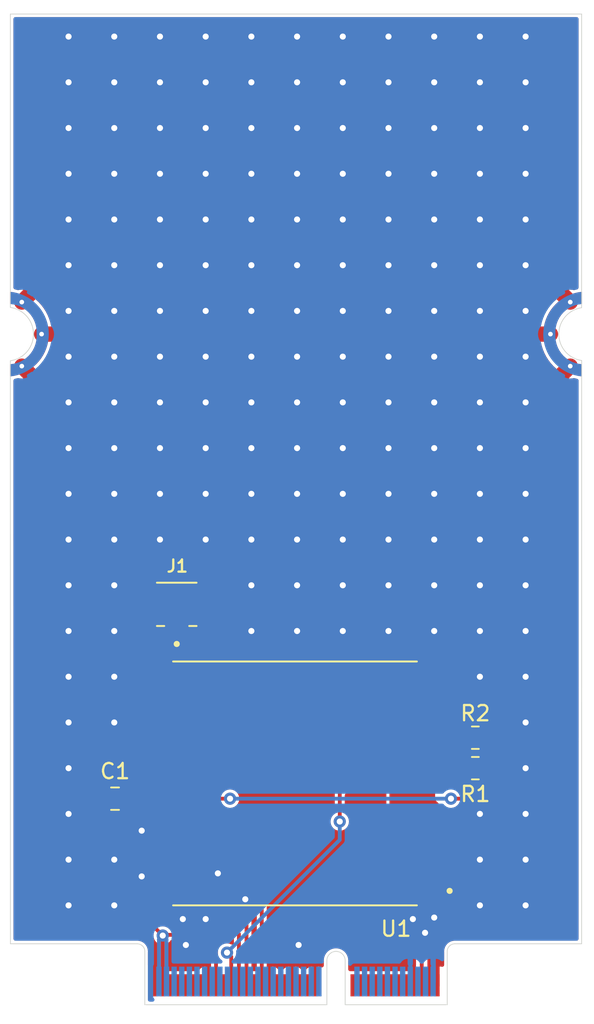
<source format=kicad_pcb>
(kicad_pcb (version 20211014) (generator pcbnew)
  (layers (0 "F.Cu" signal) (31 "B.Cu" signal) (34 "B.Paste" user) (35 "F.Paste" user) (36 "B.SilkS" user "B.Silkscreen") (37 "F.SilkS" user "F.Silkscreen") (38 "B.Mask" user) (39 "F.Mask" user) (44 "Edge.Cuts" user))
  (net 0 "")
  (net 1 "+3.3V")
  (net 2 "GND")
  (net 3 "Net-(J1-Pad1)")
  (net 4 "SPI_SCK")
  (net 6 "SPI_MISO")
  (net 8 "SPI_MOSI")
  (net 26 "GPIO0")
  (net 27 "SPI_CS")
  (net 28 "GPIO1")
  (net 29 "GPIO2")
  (net 30 "GPIO3")
  (net 31 "GPIO4{slash}RST")
  (net 36 "GPIO3{slash}RST")
  (footprint "Resistor_SMD:R_0805_2012Metric" (layer "F.Cu") (at 107.7 108 180)
    (fp_text reference "R1" (at 0 -1.7) (layer "F.SilkS"))
    (fp_text value "100K")
    (fp_line (start -0.227064 0.735) (end 0.227064 0.735) (layer "F.SilkS") (width 0.12))
    (fp_line (start -0.227064 -0.735) (end 0.227064 -0.735) (layer "F.SilkS") (width 0.12))
    (pad "1" smd roundrect (at -0.9125 0 180) (size 1.025 1.4) (layers "F.Cu" "F.Paste" "F.Mask") (roundrect_rratio 0.243902439) (net 1 "+3.3V"))
    (pad "2" smd roundrect (at 0.9125 0 180) (size 1.025 1.4) (layers "F.Cu" "F.Paste" "F.Mask") (roundrect_rratio 0.243902439) (net 30 "GPIO3"))
  )
  (footprint "Resistor_SMD:R_0805_2012Metric" (layer "F.Cu") (at 107.7 106)
    (fp_text reference "R2" (at 0 -1.6) (layer "F.SilkS"))
    (fp_text value "100K")
    (fp_line (start -0.227064 -0.735) (end 0.227064 -0.735) (layer "F.SilkS") (width 0.12))
    (fp_line (start -0.227064 0.735) (end 0.227064 0.735) (layer "F.SilkS") (width 0.12))
    (pad "1" smd roundrect (at -0.9125 0) (size 1.025 1.4) (layers "F.Cu" "F.Paste" "F.Mask") (roundrect_rratio 0.243902439) (net 36 "GPIO3{slash}RST"))
    (pad "2" smd roundrect (at 0.9125 0) (size 1.025 1.4) (layers "F.Cu" "F.Paste" "F.Mask") (roundrect_rratio 0.243902439) (net 2 "GND"))
  )
  (footprint "RFM95W-915S2:XCVR_RFM95W-915S2" (layer "F.Cu") (at 95.8625 109 180)
    (fp_text reference "U1" (at -6.63079 -9.54026) (layer "F.SilkS"))
    (fp_text value "RFM95W-915S2")
    (fp_line (start -8 8) (end 8 8) (layer "F.SilkS") (width 0.127))
    (fp_line (start -8 -8) (end 8 -8) (layer "F.SilkS") (width 0.127))
    (fp_circle (center -10.15 -7.05) (end -10.05 -7.05) (layer "F.SilkS") (width 0.2) (fill none))
    (pad "1" smd rect locked (at -7.7 -7 180) (size 3 1.4) (layers "F.Cu" "F.Paste" "F.Mask") (net 2 "GND"))
    (pad "2" smd rect locked (at -7.7 -5 180) (size 3 1.4) (layers "F.Cu" "F.Paste" "F.Mask") (net 6 "SPI_MISO"))
    (pad "3" smd rect locked (at -7.7 -3 180) (size 3 1.4) (layers "F.Cu" "F.Paste" "F.Mask") (net 8 "SPI_MOSI"))
    (pad "4" smd rect locked (at -7.7 -1 180) (size 3 1.4) (layers "F.Cu" "F.Paste" "F.Mask") (net 4 "SPI_SCK"))
    (pad "5" smd rect locked (at -7.7 1 180) (size 3 1.4) (layers "F.Cu" "F.Paste" "F.Mask") (net 30 "GPIO3"))
    (pad "6" smd rect locked (at -7.7 3 180) (size 3 1.4) (layers "F.Cu" "F.Paste" "F.Mask") (net 36 "GPIO3{slash}RST"))
    (pad "7" smd rect locked (at -7.7 5 180) (size 3 1.4) (layers "F.Cu" "F.Paste" "F.Mask"))
    (pad "8" smd rect locked (at -7.7 7 180) (size 3 1.4) (layers "F.Cu" "F.Paste" "F.Mask") (net 2 "GND"))
    (pad "9" smd rect locked (at 7.7 7 180) (size 3 1.4) (layers "F.Cu" "F.Paste" "F.Mask") (net 3 "Net-(J1-Pad1)"))
    (pad "10" smd rect locked (at 7.7 5 180) (size 3 1.4) (layers "F.Cu" "F.Paste" "F.Mask") (net 2 "GND"))
    (pad "11" smd rect locked (at 7.7 3 180) (size 3 1.4) (layers "F.Cu" "F.Paste" "F.Mask"))
    (pad "12" smd rect locked (at 7.7 1 180) (size 3 1.4) (layers "F.Cu" "F.Paste" "F.Mask"))
    (pad "13" smd rect locked (at 7.7 -1 180) (size 3 1.4) (layers "F.Cu" "F.Paste" "F.Mask") (net 1 "+3.3V"))
    (pad "14" smd rect locked (at 7.7 -3 180) (size 3 1.4) (layers "F.Cu" "F.Paste" "F.Mask") (net 26 "GPIO0"))
    (pad "15" smd rect locked (at 7.7 -5 180) (size 3 1.4) (layers "F.Cu" "F.Paste" "F.Mask") (net 28 "GPIO1"))
    (pad "16" smd rect locked (at 7.7 -7 180) (size 3 1.4) (layers "F.Cu" "F.Paste" "F.Mask") (net 29 "GPIO2"))
  )
  (footprint "Micromod:M.2-CARD-E-22_FUNCTION_STANDARD" (layer "F.Cu") (at 95.9305 123.5205)
    (fp_text reference "J2" hide)
    (fp_text value "MICROMOD_FUNCTION__STANDARD" hide)
    (fp_poly (pts (xy 16.261 -44.239) (xy 16.293 -44.477) (xy 16.345 -44.711) (xy 16.417 -44.939) (xy 16.508 -45.161) (xy 16.618 -45.373) (xy 16.746 -45.576) (xy 16.892 -45.766) (xy 17.053 -45.943) (xy 17.229 -46.106) (xy 17.418 -46.253) (xy 17.619 -46.383) (xy 17.831 -46.495) (xy 18.052 -46.588) (xy 18.279 -46.662) (xy 18.513 -46.716) (xy 18.75 -46.75) (xy 18.75 -46) (xy 18.525 -45.971) (xy 18.305 -45.916) (xy 18.093 -45.834) (xy 17.893 -45.727) (xy 17.707 -45.597) (xy 17.538 -45.446) (xy 17.389 -45.275) (xy 17.261 -45.087) (xy 17.157 -44.886) (xy 17.078 -44.673) (xy 17.025 -44.452) (xy 16.999 -44.227) (xy 17 -44) (xy 16.999 -43.773) (xy 17.025 -43.548) (xy 17.078 -43.327) (xy 17.157 -43.114) (xy 17.261 -42.913) (xy 17.389 -42.725) (xy 17.538 -42.554) (xy 17.707 -42.403) (xy 17.893 -42.273) (xy 18.093 -42.166) (xy 18.305 -42.084) (xy 18.525 -42.029) (xy 18.75 -42) (xy 18.75 -41.25) (xy 18.514 -41.285) (xy 18.281 -41.341) (xy 18.054 -41.416) (xy 17.834 -41.51) (xy 17.623 -41.623) (xy 17.423 -41.753) (xy 17.234 -41.9) (xy 17.059 -42.062) (xy 16.898 -42.239) (xy 16.753 -42.429) (xy 16.624 -42.631) (xy 16.514 -42.843) (xy 16.422 -43.064) (xy 16.349 -43.291) (xy 16.296 -43.524) (xy 16.263 -43.761) (xy 16.25 -44)) (layer "F.Cu") (width 0.05) (fill solid))
    (fp_poly (pts (xy -16.261 -43.761) (xy -16.293 -43.523) (xy -16.345 -43.289) (xy -16.417 -43.061) (xy -16.508 -42.839) (xy -16.618 -42.627) (xy -16.746 -42.424) (xy -16.892 -42.234) (xy -17.053 -42.057) (xy -17.229 -41.894) (xy -17.418 -41.747) (xy -17.619 -41.617) (xy -17.831 -41.505) (xy -18.052 -41.412) (xy -18.279 -41.338) (xy -18.513 -41.284) (xy -18.75 -41.25) (xy -18.75 -42) (xy -18.525 -42.029) (xy -18.305 -42.084) (xy -18.093 -42.166) (xy -17.893 -42.273) (xy -17.707 -42.403) (xy -17.538 -42.554) (xy -17.389 -42.725) (xy -17.261 -42.913) (xy -17.157 -43.114) (xy -17.078 -43.327) (xy -17.025 -43.548) (xy -16.999 -43.773) (xy -17 -44) (xy -16.999 -44.227) (xy -17.025 -44.452) (xy -17.078 -44.673) (xy -17.157 -44.886) (xy -17.261 -45.087) (xy -17.389 -45.275) (xy -17.538 -45.446) (xy -17.707 -45.597) (xy -17.893 -45.727) (xy -18.093 -45.834) (xy -18.305 -45.916) (xy -18.525 -45.971) (xy -18.75 -46) (xy -18.75 -46.75) (xy -18.514 -46.715) (xy -18.281 -46.659) (xy -18.054 -46.584) (xy -17.834 -46.49) (xy -17.623 -46.377) (xy -17.423 -46.247) (xy -17.234 -46.1) (xy -17.059 -45.938) (xy -16.898 -45.761) (xy -16.753 -45.571) (xy -16.624 -45.369) (xy -16.514 -45.157) (xy -16.422 -44.936) (xy -16.349 -44.709) (xy -16.296 -44.476) (xy -16.263 -44.239) (xy -16.25 -44)) (layer "F.Cu") (width 0.05) (fill solid))
    (fp_poly (pts (xy -16.261 -44.239) (xy -16.293 -44.477) (xy -16.345 -44.711) (xy -16.417 -44.939) (xy -16.508 -45.161) (xy -16.618 -45.373) (xy -16.746 -45.576) (xy -16.892 -45.766) (xy -17.053 -45.943) (xy -17.229 -46.106) (xy -17.418 -46.253) (xy -17.619 -46.383) (xy -17.831 -46.495) (xy -18.052 -46.588) (xy -18.279 -46.662) (xy -18.513 -46.716) (xy -18.75 -46.75) (xy -18.75 -46) (xy -18.525 -45.971) (xy -18.305 -45.916) (xy -18.093 -45.834) (xy -17.893 -45.727) (xy -17.707 -45.597) (xy -17.538 -45.446) (xy -17.389 -45.275) (xy -17.261 -45.087) (xy -17.157 -44.886) (xy -17.078 -44.673) (xy -17.025 -44.452) (xy -16.999 -44.227) (xy -17 -44) (xy -16.999 -43.773) (xy -17.025 -43.548) (xy -17.078 -43.327) (xy -17.157 -43.114) (xy -17.261 -42.913) (xy -17.389 -42.725) (xy -17.538 -42.554) (xy -17.707 -42.403) (xy -17.893 -42.273) (xy -18.093 -42.166) (xy -18.305 -42.084) (xy -18.525 -42.029) (xy -18.75 -42) (xy -18.75 -41.25) (xy -18.514 -41.285) (xy -18.281 -41.341) (xy -18.054 -41.416) (xy -17.834 -41.51) (xy -17.623 -41.623) (xy -17.423 -41.753) (xy -17.234 -41.9) (xy -17.059 -42.062) (xy -16.898 -42.239) (xy -16.753 -42.429) (xy -16.624 -42.631) (xy -16.514 -42.843) (xy -16.422 -43.064) (xy -16.349 -43.291) (xy -16.296 -43.524) (xy -16.263 -43.761) (xy -16.25 -44)) (layer "B.Cu") (width 0.05) (fill solid))
    (fp_poly (pts (xy 16.261 -43.761) (xy 16.293 -43.523) (xy 16.345 -43.289) (xy 16.417 -43.061) (xy 16.508 -42.839) (xy 16.618 -42.627) (xy 16.746 -42.424) (xy 16.892 -42.234) (xy 17.053 -42.057) (xy 17.229 -41.894) (xy 17.418 -41.747) (xy 17.619 -41.617) (xy 17.831 -41.505) (xy 18.052 -41.412) (xy 18.279 -41.338) (xy 18.513 -41.284) (xy 18.75 -41.25) (xy 18.75 -42) (xy 18.525 -42.029) (xy 18.305 -42.084) (xy 18.093 -42.166) (xy 17.893 -42.273) (xy 17.707 -42.403) (xy 17.538 -42.554) (xy 17.389 -42.725) (xy 17.261 -42.913) (xy 17.157 -43.114) (xy 17.078 -43.327) (xy 17.025 -43.548) (xy 16.999 -43.773) (xy 17 -44) (xy 16.999 -44.227) (xy 17.025 -44.452) (xy 17.078 -44.673) (xy 17.157 -44.886) (xy 17.261 -45.087) (xy 17.389 -45.275) (xy 17.538 -45.446) (xy 17.707 -45.597) (xy 17.893 -45.727) (xy 18.093 -45.834) (xy 18.305 -45.916) (xy 18.525 -45.971) (xy 18.75 -46) (xy 18.75 -46.75) (xy 18.514 -46.715) (xy 18.281 -46.659) (xy 18.054 -46.584) (xy 17.834 -46.49) (xy 17.623 -46.377) (xy 17.423 -46.247) (xy 17.234 -46.1) (xy 17.059 -45.938) (xy 16.898 -45.761) (xy 16.753 -45.571) (xy 16.624 -45.369) (xy 16.514 -45.157) (xy 16.422 -44.936) (xy 16.349 -44.709) (xy 16.296 -44.476) (xy 16.263 -44.239) (xy 16.25 -44)) (layer "B.Cu") (width 0.05) (fill solid))
    (fp_line (start -18.746 -4) (end -18.75 -42.25) (layer "Edge.Cuts") (width 0.051))
    (fp_line (start 10.425 -4) (end 18.746 -4) (layer "Edge.Cuts") (width 0.051))
    (fp_line (start 18.746 -4) (end 18.74905 -42.270269) (layer "Edge.Cuts") (width 0.051))
    (fp_line (start 2.025 -2.9) (end 2.025 0) (layer "Edge.Cuts") (width 0.051))
    (fp_line (start 3.225 -2.9) (end 3.225 0) (layer "Edge.Cuts") (width 0.051))
    (fp_line (start 9.925 -3.5) (end 9.925 0) (layer "Edge.Cuts") (width 0.051))
    (fp_line (start 9.925 0) (end 3.225 0) (layer "Edge.Cuts") (width 0.051))
    (fp_line (start -9.925 0) (end -9.925 -3.5) (layer "Edge.Cuts") (width 0.051))
    (fp_line (start -10.425 -4) (end -18.746 -4) (layer "Edge.Cuts") (width 0.051))
    (fp_line (start -18.75 -45.75) (end -18.75 -65) (layer "Edge.Cuts") (width 0.051))
    (fp_line (start 18.744 -45.731) (end 18.746 -65) (layer "Edge.Cuts") (width 0.051))
    (fp_line (start -18.746 -65) (end 18.746 -65) (layer "Edge.Cuts") (width 0.051))
    (fp_line (start 2.025 0) (end -9.925 0) (layer "Edge.Cuts") (width 0.051))
    (fp_arc (start 18.74905 -42.270269) (mid 17.24896 -43.998449) (end 18.744 -45.731) (layer "Edge.Cuts") (width 0.05))
    (fp_arc (start 9.925 -3.5) (mid 10.071447 -3.853553) (end 10.425 -4) (layer "Edge.Cuts") (width 0.051))
    (fp_arc (start 2.025 -2.9) (mid 2.625 -3.5) (end 3.225 -2.9) (layer "Edge.Cuts") (width 0.051))
    (fp_arc (start -10.425 -4) (mid -10.071447 -3.853553) (end -9.925 -3.5) (layer "Edge.Cuts") (width 0.051))
    (fp_arc (start -18.75 -45.75) (mid -17.232764 -44) (end -18.75 -42.25) (layer "Edge.Cuts") (width 0.051))
    (pad "1" thru_hole circle (at 18 -41.9) (size 0.61 0.61) (drill 0.305) (layers *.Cu *.Mask) (net 2 "GND"))
    (pad "1" thru_hole circle (at 16.7 -44) (size 0.61 0.61) (drill 0.305) (layers *.Cu *.Mask) (net 2 "GND"))
    (pad "1" thru_hole circle (at 18 -46.1) (size 0.61 0.61) (drill 0.305) (layers *.Cu *.Mask) (net 2 "GND"))
    (pad "1" thru_hole circle (at -18 -46.1) (size 0.61 0.61) (drill 0.305) (layers *.Cu *.Mask) (net 2 "GND"))
    (pad "1" thru_hole circle (at -16.7 -44) (size 0.61 0.61) (drill 0.305) (layers *.Cu *.Mask) (net 2 "GND"))
    (pad "1" thru_hole circle (at -18 -41.9) (size 0.61 0.61) (drill 0.305) (layers *.Cu *.Mask) (net 2 "GND"))
    (pad "1" smd rect (at 9.25 -1.275 180) (size 0.35 1.45) (layers "F.Cu" "F.Paste" "F.Mask") (net 2 "GND"))
    (pad "2" smd rect (at 9 -1.525) (size 0.35 1.95) (layers "B.Cu" "B.Paste" "B.Mask") (net 2 "GND"))
    (pad "3" smd rect (at 8.75 -1.275 180) (size 0.35 1.45) (layers "F.Cu" "F.Paste" "F.Mask") (net 4 "SPI_SCK"))
    (pad "4" smd rect (at 8.5 -1.525) (size 0.35 1.95) (layers "B.Cu" "B.Paste" "B.Mask"))
    (pad "5" smd rect (at 8.25 -1.275 180) (size 0.35 1.45) (layers "F.Cu" "F.Paste" "F.Mask") (net 6 "SPI_MISO"))
    (pad "6" smd rect (at 8 -1.525) (size 0.35 1.95) (layers "B.Cu" "B.Paste" "B.Mask"))
    (pad "7" smd rect (at 7.75 -1.275 180) (size 0.35 1.45) (layers "F.Cu" "F.Paste" "F.Mask") (net 8 "SPI_MOSI"))
    (pad "8" smd rect (at 7.5 -1.525) (size 0.35 1.95) (layers "B.Cu" "B.Paste" "B.Mask") (net 2 "GND"))
    (pad "9" smd rect (at 7.25 -1.275 180) (size 0.35 1.45) (layers "F.Cu" "F.Paste" "F.Mask"))
    (pad "10" smd rect (at 7 -1.525) (size 0.35 1.95) (layers "B.Cu" "B.Paste" "B.Mask"))
    (pad "11" smd rect (at 6.75 -1.275 180) (size 0.35 1.45) (layers "F.Cu" "F.Paste" "F.Mask"))
    (pad "12" smd rect (at 6.5 -1.525) (size 0.35 1.95) (layers "B.Cu" "B.Paste" "B.Mask"))
    (pad "13" smd rect (at 6.25 -1.275 180) (size 0.35 1.45) (layers "F.Cu" "F.Paste" "F.Mask"))
    (pad "14" smd rect (at 6 -1.525) (size 0.35 1.95) (layers "B.Cu" "B.Paste" "B.Mask"))
    (pad "15" smd rect (at 5.75 -1.275 180) (size 0.35 1.45) (layers "F.Cu" "F.Paste" "F.Mask"))
    (pad "16" smd rect (at 5.5 -1.525) (size 0.35 1.95) (layers "B.Cu" "B.Paste" "B.Mask"))
    (pad "17" smd rect (at 5.25 -1.275 180) (size 0.35 1.45) (layers "F.Cu" "F.Paste" "F.Mask"))
    (pad "18" smd rect (at 5 -1.525) (size 0.35 1.95) (layers "B.Cu" "B.Paste" "B.Mask"))
    (pad "19" smd rect (at 4.75 -1.275 180) (size 0.35 1.45) (layers "F.Cu" "F.Paste" "F.Mask"))
    (pad "20" smd rect (at 4.5 -1.525) (size 0.35 1.95) (layers "B.Cu" "B.Paste" "B.Mask"))
    (pad "21" smd rect (at 4.25 -1.275 180) (size 0.35 1.45) (layers "F.Cu" "F.Paste" "F.Mask"))
    (pad "22" smd rect (at 4 -1.525) (size 0.35 1.95) (layers "B.Cu" "B.Paste" "B.Mask"))
    (pad "23" smd rect (at 3.75 -1.275 180) (size 0.35 1.45) (layers "F.Cu" "F.Paste" "F.Mask"))
    (pad "32" smd rect (at 1.5 -1.525) (size 0.35 1.95) (layers "B.Cu" "B.Paste" "B.Mask"))
    (pad "33" smd rect (at 1.25 -1.275 180) (size 0.35 1.45) (layers "F.Cu" "F.Paste" "F.Mask") (net 2 "GND"))
    (pad "34" smd rect (at 1 -1.525) (size 0.35 1.95) (layers "B.Cu" "B.Paste" "B.Mask"))
    (pad "35" smd rect (at 0.75 -1.275 180) (size 0.35 1.45) (layers "F.Cu" "F.Paste" "F.Mask"))
    (pad "36" smd rect (at 0.5 -1.525) (size 0.35 1.95) (layers "B.Cu" "B.Paste" "B.Mask"))
    (pad "37" smd rect (at 0.25 -1.275 180) (size 0.35 1.45) (layers "F.Cu" "F.Paste" "F.Mask"))
    (pad "38" smd rect (at 0 -1.525) (size 0.35 1.95) (layers "B.Cu" "B.Paste" "B.Mask"))
    (pad "39" smd rect (at -0.25 -1.275 180) (size 0.35 1.45) (layers "F.Cu" "F.Paste" "F.Mask") (net 2 "GND"))
    (pad "40" smd rect (at -0.5 -1.525) (size 0.35 1.95) (layers "B.Cu" "B.Paste" "B.Mask"))
    (pad "41" smd rect (at -0.75 -1.275 180) (size 0.35 1.45) (layers "F.Cu" "F.Paste" "F.Mask"))
    (pad "42" smd rect (at -1 -1.525) (size 0.35 1.95) (layers "B.Cu" "B.Paste" "B.Mask"))
    (pad "43" smd rect (at -1.25 -1.275 180) (size 0.35 1.45) (layers "F.Cu" "F.Paste" "F.Mask"))
    (pad "44" smd rect (at -1.5 -1.525) (size 0.35 1.95) (layers "B.Cu" "B.Paste" "B.Mask"))
    (pad "45" smd rect (at -1.75 -1.275 180) (size 0.35 1.45) (layers "F.Cu" "F.Paste" "F.Mask") (net 2 "GND"))
    (pad "46" smd rect (at -2 -1.525) (size 0.35 1.95) (layers "B.Cu" "B.Paste" "B.Mask"))
    (pad "47" smd rect (at -2.25 -1.275 180) (size 0.35 1.45) (layers "F.Cu" "F.Paste" "F.Mask") (net 26 "GPIO0"))
    (pad "48" smd rect (at -2.5 -1.525) (size 0.35 1.95) (layers "B.Cu" "B.Paste" "B.Mask"))
    (pad "49" smd rect (at -2.75 -1.275 180) (size 0.35 1.45) (layers "F.Cu" "F.Paste" "F.Mask") (net 27 "SPI_CS"))
    (pad "50" smd rect (at -3 -1.525) (size 0.35 1.95) (layers "B.Cu" "B.Paste" "B.Mask"))
    (pad "51" smd rect (at -3.25 -1.275 180) (size 0.35 1.45) (layers "F.Cu" "F.Paste" "F.Mask") (net 28 "GPIO1"))
    (pad "52" smd rect (at -3.5 -1.525) (size 0.35 1.95) (layers "B.Cu" "B.Paste" "B.Mask"))
    (pad "53" smd rect (at -3.75 -1.275 180) (size 0.35 1.45) (layers "F.Cu" "F.Paste" "F.Mask") (net 29 "GPIO2"))
    (pad "54" smd rect (at -4 -1.525) (size 0.35 1.95) (layers "B.Cu" "B.Paste" "B.Mask"))
    (pad "55" smd rect (at -4.25 -1.275 180) (size 0.35 1.45) (layers "F.Cu" "F.Paste" "F.Mask") (net 30 "GPIO3"))
    (pad "56" smd rect (at -4.5 -1.525) (size 0.35 1.95) (layers "B.Cu" "B.Paste" "B.Mask"))
    (pad "57" smd rect (at -4.75 -1.275 180) (size 0.35 1.45) (layers "F.Cu" "F.Paste" "F.Mask") (net 31 "GPIO4{slash}RST"))
    (pad "58" smd rect (at -5 -1.525) (size 0.35 1.95) (layers "B.Cu" "B.Paste" "B.Mask"))
    (pad "59" smd rect (at -5.25 -1.275 180) (size 0.35 1.45) (layers "F.Cu" "F.Paste" "F.Mask") (net 1 "+3.3V"))
    (pad "60" smd rect (at -5.5 -1.525) (size 0.35 1.95) (layers "B.Cu" "B.Paste" "B.Mask"))
    (pad "61" smd rect (at -5.75 -1.275 180) (size 0.35 1.45) (layers "F.Cu" "F.Paste" "F.Mask") (net 2 "GND"))
    (pad "62" smd rect (at -6 -1.525) (size 0.35 1.95) (layers "B.Cu" "B.Paste" "B.Mask"))
    (pad "63" smd rect (at -6.25 -1.275 180) (size 0.35 1.45) (layers "F.Cu" "F.Paste" "F.Mask"))
    (pad "64" smd rect (at -6.5 -1.525) (size 0.35 1.95) (layers "B.Cu" "B.Paste" "B.Mask"))
    (pad "65" smd rect (at -6.75 -1.275 180) (size 0.35 1.45) (layers "F.Cu" "F.Paste" "F.Mask"))
    (pad "66" smd rect (at -7 -1.525) (size 0.35 1.95) (layers "B.Cu" "B.Paste" "B.Mask"))
    (pad "67" smd rect (at -7.25 -1.275 180) (size 0.35 1.45) (layers "F.Cu" "F.Paste" "F.Mask"))
    (pad "68" smd rect (at -7.5 -1.525) (size 0.35 1.95) (layers "B.Cu" "B.Paste" "B.Mask"))
    (pad "69" smd rect (at -7.75 -1.275 180) (size 0.35 1.45) (layers "F.Cu" "F.Paste" "F.Mask"))
    (pad "70" smd rect (at -8 -1.525) (size 0.35 1.95) (layers "B.Cu" "B.Paste" "B.Mask"))
    (pad "71" smd rect (at -8.25 -1.275 180) (size 0.35 1.45) (layers "F.Cu" "F.Paste" "F.Mask"))
    (pad "72" smd rect (at -8.5 -1.525) (size 0.35 1.95) (layers "B.Cu" "B.Paste" "B.Mask") (net 1 "+3.3V"))
    (pad "73" smd rect (at -8.75 -1.275 180) (size 0.35 1.45) (layers "F.Cu" "F.Paste" "F.Mask") (net 1 "+3.3V"))
    (pad "74" smd rect (at -9 -1.525) (size 0.35 1.95) (layers "B.Cu" "B.Paste" "B.Mask") (net 1 "+3.3V"))
    (pad "75" smd rect (at -9.25 -1.275 180) (size 0.35 1.45) (layers "F.Cu" "F.Paste" "F.Mask") (net 2 "GND"))
  )
  (footprint "CONUFL001-SMD-T:LINX_CONUFL001-SMD-T" (layer "F.Cu") (at 88.1 97.25)
    (fp_text reference "J1" (at 0.04 -2.508) (layer "F.SilkS") (effects (font (size 0.8 0.8))))
    (fp_text value "CONUFL001-SMD-T")
    (fp_line (start 0.82 1.42) (end 1.3 1.42) (layer "F.SilkS") (width 0.127))
    (fp_line (start -1.3 -1.42) (end 1.3 -1.42) (layer "F.SilkS") (width 0.127))
    (fp_line (start -0.82 1.42) (end -1.3 1.42) (layer "F.SilkS") (width 0.127))
    (fp_circle (center 0 2.6) (end 0.1 2.6) (layer "F.SilkS") (width 0.2) (fill none))
    (pad "1" smd rect locked (at 0 1.525) (size 1 1.05) (layers "F.Cu" "F.Paste" "F.Mask") (net 3 "Net-(J1-Pad1)"))
    (pad "2" smd rect locked (at -1.475 0) (size 1.05 2.2) (layers "F.Cu" "F.Paste" "F.Mask") (net 2 "GND"))
    (pad "3" smd rect locked (at 1.475 0) (size 1.05 2.2) (layers "F.Cu" "F.Paste" "F.Mask") (net 2 "GND"))
  )
  (footprint "Capacitor_SMD:C_0805_2012Metric" (layer "F.Cu") (at 84.05 110 180)
    (fp_text reference "C1" (at 0 1.8) (layer "F.SilkS"))
    (fp_text value "10uF")
    (fp_line (start -0.261252 0.735) (end 0.261252 0.735) (layer "F.SilkS") (width 0.12))
    (fp_line (start -0.261252 -0.735) (end 0.261252 -0.735) (layer "F.SilkS") (width 0.12))
    (pad "1" smd roundrect (at -0.95 0 180) (size 1 1.45) (layers "F.Cu" "F.Paste" "F.Mask") (net 1 "+3.3V"))
    (pad "2" smd roundrect (at 0.95 0 180) (size 1 1.45) (layers "F.Cu" "F.Paste" "F.Mask") (net 2 "GND"))
  )
  (segment (start 90.6805 122.2455) (end 90.6805 119.5805) (width 0.25) (layer "F.Cu") (net 1))
  (segment (start 108.6125 108) (end 108.6125 109.2875) (width 0.25) (layer "F.Cu") (net 1))
  (segment (start 90.6805 119.5805) (end 90.035 118.935) (width 0.25) (layer "F.Cu") (net 1))
  (segment (start 87.226 118.935) (end 87.1805 118.9805) (width 0.25) (layer "F.Cu") (net 1))
  (segment (start 88.1625 110) (end 85 110) (width 0.25) (layer "F.Cu") (net 1))
  (segment (start 90.035 118.935) (end 87.226 118.935) (width 0.25) (layer "F.Cu") (net 1))
  (segment (start 85 116.8) (end 87.1805 118.9805) (width 0.25) (layer "F.Cu") (net 1))
  (segment (start 87.1805 118.9805) (end 87.1805 122.2455) (width 0.25) (layer "F.Cu") (net 1))
  (segment (start 91.6 110) (end 88.1625 110) (width 0.25) (layer "F.Cu") (net 1))
  (segment (start 107.9 110) (end 106.1 110) (width 0.25) (layer "F.Cu") (net 1))
  (segment (start 108.6125 109.2875) (end 107.9 110) (width 0.25) (layer "F.Cu") (net 1))
  (segment (start 85 110) (end 85 116.8) (width 0.25) (layer "F.Cu") (net 1))
  (via (at 106.1 110) (size 0.8) (drill 0.4) (layers "F.Cu" "B.Cu") (net 1))
  (via (at 87.1805 118.9805) (size 0.8) (drill 0.4) (layers "F.Cu" "B.Cu") (net 1))
  (via (at 91.6 110) (size 0.8) (drill 0.4) (layers "F.Cu" "B.Cu") (net 1))
  (segment (start 87.4305 121.9955) (end 87.4305 119.2305) (width 0.25) (layer "B.Cu") (net 1))
  (segment (start 87.4305 119.2305) (end 87.1805 118.9805) (width 0.25) (layer "B.Cu") (net 1))
  (segment (start 106.1 110) (end 91.6 110) (width 0.25) (layer "B.Cu") (net 1))
  (segment (start 86.9305 119.2305) (end 87.1805 118.9805) (width 0.25) (layer "B.Cu") (net 1))
  (segment (start 86.9305 121.9955) (end 86.9305 119.2305) (width 0.25) (layer "B.Cu") (net 1))
  (segment (start 112.6305 79.5205) (end 111.2205 79.5205) (width 1) (layer "F.Cu") (net 2))
  (segment (start 77.9305 77.4205) (end 79.051 76.3) (width 1) (layer "F.Cu") (net 2))
  (segment (start 113.9305 77.4205) (end 112.9 76.39) (width 1) (layer "F.Cu") (net 2))
  (segment (start 113.9305 81.6205) (end 112.9 82.651) (width 1) (layer "F.Cu") (net 2))
  (segment (start 77.9305 81.6205) (end 79 82.69) (width 1) (layer "F.Cu") (net 2))
  (segment (start 79.2305 79.5205) (end 80.7795 79.5205) (width 1) (layer "F.Cu") (net 2))
  (via (at 102 69) (size 0.8) (drill 0.4) (layers "F.Cu" "B.Cu") (net 2))
  (via (at 99 81) (size 0.8) (drill 0.4) (layers "F.Cu" "B.Cu") (net 2))
  (via (at 81 108) (size 0.8) (drill 0.4) (layers "F.Cu" "B.Cu") (net 2))
  (via (at 111 114) (size 0.8) (drill 0.4) (layers "F.Cu" "B.Cu") (net 2))
  (via (at 105 66) (size 0.8) (drill 0.4) (layers "F.Cu" "B.Cu") (net 2))
  (via (at 81 81) (size 0.8) (drill 0.4) (layers "F.Cu" "B.Cu") (net 2))
  (via (at 93 99) (size 0.8) (drill 0.4) (layers "F.Cu" "B.Cu") (net 2))
  (via (at 85.8 115.1) (size 0.8) (drill 0.4) (layers "F.Cu" "B.Cu") (net 2))
  (via (at 87 66) (size 0.8) (drill 0.4) (layers "F.Cu" "B.Cu") (net 2))
  (via (at 90 60) (size 0.8) (drill 0.4) (layers "F.Cu" "B.Cu") (net 2))
  (via (at 99 69) (size 0.8) (drill 0.4) (layers "F.Cu" "B.Cu") (net 2))
  (via (at 81 63) (size 0.8) (drill 0.4) (layers "F.Cu" "B.Cu") (net 2))
  (via (at 99 72) (size 0.8) (drill 0.4) (layers "F.Cu" "B.Cu") (net 2))
  (via (at 81 87) (size 0.8) (drill 0.4) (layers "F.Cu" "B.Cu") (net 2))
  (via (at 105 60) (size 0.8) (drill 0.4) (layers "F.Cu" "B.Cu") (net 2))
  (via (at 111 78) (size 0.8) (drill 0.4) (layers "F.Cu" "B.Cu") (net 2))
  (via (at 81 96) (size 0.8) (drill 0.4) (layers "F.Cu" "B.Cu") (net 2))
  (via (at 111 72) (size 0.8) (drill 0.4) (layers "F.Cu" "B.Cu") (net 2))
  (via (at 99 90) (size 0.8) (drill 0.4) (layers "F.Cu" "B.Cu") (net 2))
  (via (at 96 93) (size 0.8) (drill 0.4) (layers "F.Cu" "B.Cu") (net 2))
  (via (at 96 66) (size 0.8) (drill 0.4) (layers "F.Cu" "B.Cu") (net 2))
  (via (at 96.1 119.6) (size 0.8) (drill 0.4) (layers "F.Cu" "B.Cu") (net 2))
  (via (at 105 84) (size 0.8) (drill 0.4) (layers "F.Cu" "B.Cu") (net 2))
  (via (at 81 102) (size 0.8) (drill 0.4) (layers "F.Cu" "B.Cu") (net 2))
  (via (at 93 69) (size 0.8) (drill 0.4) (layers "F.Cu" "B.Cu") (net 2))
  (via (at 87 78) (size 0.8) (drill 0.4) (layers "F.Cu" "B.Cu") (net 2))
  (via (at 96 84) (size 0.8) (drill 0.4) (layers "F.Cu" "B.Cu") (net 2))
  (via (at 81 75) (size 0.8) (drill 0.4) (layers "F.Cu" "B.Cu") (net 2))
  (via (at 102 87) (size 0.8) (drill 0.4) (layers "F.Cu" "B.Cu") (net 2))
  (via (at 81 84) (size 0.8) (drill 0.4) (layers "F.Cu" "B.Cu") (net 2))
  (via (at 90 69) (size 0.8) (drill 0.4) (layers "F.Cu" "B.Cu") (net 2))
  (via (at 108 114) (size 0.8) (drill 0.4) (layers "F.Cu" "B.Cu") (net 2))
  (via (at 81 111) (size 0.8) (drill 0.4) (layers "F.Cu" "B.Cu") (net 2))
  (via (at 84 114) (size 0.8) (drill 0.4) (layers "F.Cu" "B.Cu") (net 2))
  (via (at 99 84) (size 0.8) (drill 0.4) (layers "F.Cu" "B.Cu") (net 2))
  (via (at 87 87) (size 0.8) (drill 0.4) (layers "F.Cu" "B.Cu") (net 2))
  (via (at 108 90) (size 0.8) (drill 0.4) (layers "F.Cu" "B.Cu") (net 2))
  (via (at 102 96) (size 0.8) (drill 0.4) (layers "F.Cu" "B.Cu") (net 2))
  (via (at 90 84) (size 0.8) (drill 0.4) (layers "F.Cu" "B.Cu") (net 2))
  (via (at 96 75) (size 0.8) (drill 0.4) (layers "F.Cu" "B.Cu") (net 2))
  (via (at 108 72) (size 0.8) (drill 0.4) (layers "F.Cu" "B.Cu") (net 2))
  (via (at 84 102) (size 0.8) (drill 0.4) (layers "F.Cu" "B.Cu") (net 2))
  (via (at 93 66) (size 0.8) (drill 0.4) (layers "F.Cu" "B.Cu") (net 2))
  (via (at 81 69) (size 0.8) (drill 0.4) (layers "F.Cu" "B.Cu") (net 2))
  (via (at 90 63) (size 0.8) (drill 0.4) (layers "F.Cu" "B.Cu") (net 2))
  (via (at 90 90) (size 0.8) (drill 0.4) (layers "F.Cu" "B.Cu") (net 2))
  (via (at 96 72) (size 0.8) (drill 0.4) (layers "F.Cu" "B.Cu") (net 2))
  (via (at 111 105) (size 0.8) (drill 0.4) (layers "F.Cu" "B.Cu") (net 2))
  (via (at 102 99) (size 0.8) (drill 0.4) (layers "F.Cu" "B.Cu") (net 2))
  (via (at 96 90) (size 0.8) (drill 0.4) (layers "F.Cu" "B.Cu") (net 2))
  (via (at 108 96) (size 0.8) (drill 0.4) (layers "F.Cu" "B.Cu") (net 2))
  (via (at 84 72) (size 0.8) (drill 0.4) (layers "F.Cu" "B.Cu") (net 2))
  (via (at 90 75) (size 0.8) (drill 0.4) (layers "F.Cu" "B.Cu") (net 2))
  (via (at 87 84) (size 0.8) (drill 0.4) (layers "F.Cu" "B.Cu") (net 2))
  (via (at 90 93) (size 0.8) (drill 0.4) (layers "F.Cu" "B.Cu") (net 2))
  (via (at 111 96) (size 0.8) (drill 0.4) (layers "F.Cu" "B.Cu") (net 2))
  (via (at 81 93) (size 0.8) (drill 0.4) (layers "F.Cu" "B.Cu") (net 2))
  (via (at 108 60) (size 0.8) (drill 0.4) (layers "F.Cu" "B.Cu") (net 2))
  (via (at 105 72) (size 0.8) (drill 0.4) (layers "F.Cu" "B.Cu") (net 2))
  (via (at 87 93) (size 0.8) (drill 0.4) (layers "F.Cu" "B.Cu") (net 2))
  (via (at 99 66) (size 0.8) (drill 0.4) (layers "F.Cu" "B.Cu") (net 2))
  (via (at 93 84) (size 0.8) (drill 0.4) (layers "F.Cu" "B.Cu") (net 2))
  (via (at 111 66) (size 0.8) (drill 0.4) (layers "F.Cu" "B.Cu") (net 2))
  (via (at 102 93) (size 0.8) (drill 0.4) (layers "F.Cu" "B.Cu") (net 2))
  (via (at 90 81) (size 0.8) (drill 0.4) (layers "F.Cu" "B.Cu") (net 2))
  (via (at 81 114) (size 0.8) (drill 0.4) (layers "F.Cu" "B.Cu") (net 2))
  (via (at 85.8 112.1) (size 0.8) (drill 0.4) (layers "F.Cu" "B.Cu") (net 2))
  (via (at 99 87) (size 0.8) (drill 0.4) (layers "F.Cu" "B.Cu") (net 2))
  (via (at 81 72) (size 0.8) (drill 0.4) (layers "F.Cu" "B.Cu") (net 2))
  (via (at 87 69) (size 0.8) (drill 0.4) (layers "F.Cu" "B.Cu") (net 2))
  (via (at 111 75) (size 0.8) (drill 0.4) (layers "F.Cu" "B.Cu") (net 2))
  (via (at 92.6 116.6) (size 0.8) (drill 0.4) (layers "F.Cu" "B.Cu") (net 2))
  (via (at 105 117.8) (size 0.8) (drill 0.4) (layers "F.Cu" "B.Cu") (net 2))
  (via (at 111 87) (size 0.8) (drill 0.4) (layers "F.Cu" "B.Cu") (net 2))
  (via (at 111 108) (size 0.8) (drill 0.4) (layers "F.Cu" "B.Cu") (net 2))
  (via (at 105 87) (size 0.8) (drill 0.4) (layers "F.Cu" "B.Cu") (net 2))
  (via (at 102 66) (size 0.8) (drill 0.4) (layers "F.Cu" "B.Cu") (net 2))
  (via (at 108 84) (size 0.8) (drill 0.4) (layers "F.Cu" "B.Cu") (net 2))
  (via (at 93 72) (size 0.8) (drill 0.4) (layers "F.Cu" "B.Cu") (net 2))
  (via (at 90 72) (size 0.8) (drill 0.4) (layers "F.Cu" "B.Cu") (net 2))
  (via (at 102 75) (size 0.8) (drill 0.4) (layers "F.Cu" "B.Cu") (net 2))
  (via (at 87 63) (size 0.8) (drill 0.4) (layers "F.Cu" "B.Cu") (net 2))
  (via (at 87 75) (size 0.8) (drill 0.4) (layers "F.Cu" "B.Cu") (net 2))
  (via (at 90 87) (size 0.8) (drill 0.4) (layers "F.Cu" "B.Cu") (net 2))
  (via (at 84 93) (size 0.8) (drill 0.4) (layers "F.Cu" "B.Cu") (net 2))
  (via (at 111 117) (size 0.8) (drill 0.4) (layers "F.Cu" "B.Cu") (net 2))
  (via (at 102 63) (size 0.8) (drill 0.4) (layers "F.Cu" "B.Cu") (net 2))
  (via (at 84 90) (size 0.8) (drill 0.4) (layers "F.Cu" "B.Cu") (net 2))
  (via (at 111 111) (size 0.8) (drill 0.4) (layers "F.Cu" "B.Cu") (net 2))
  (via (at 81 66) (size 0.8) (drill 0.4) (layers "F.Cu" "B.Cu") (net 2))
  (via (at 111 102) (size 0.8) (drill 0.4) (layers "F.Cu" "B.Cu") (net 2))
  (via (at 84 78) (size 0.8) (drill 0.4) (layers "F.Cu" "B.Cu") (net 2))
  (via (at 84 117) (size 0.8) (drill 0.4) (layers "F.Cu" "B.Cu") (net 2))
  (via (at 102 90) (size 0.8) (drill 0.4) (layers "F.Cu" "B.Cu") (net 2))
  (via (at 108 78) (size 0.8) (drill 0.4) (layers "F.Cu" "B.Cu") (net 2))
  (via (at 87 72) (size 0.8) (drill 0.4) (layers "F.Cu" "B.Cu") (net 2))
  (via (at 111 93) (size 0.8) (drill 0.4) (layers "F.Cu" "B.Cu") (net 2))
  (via (at 111 90) (size 0.8) (drill 0.4) (layers "F.Cu" "B.Cu") (net 2))
  (via (at 99 63) (size 0.8) (drill 0.4) (layers "F.Cu" "B.Cu") (net 2))
  (via (at 96 78) (size 0.8) (drill 0.4) (layers "F.Cu" "B.Cu") (net 2))
  (via (at 81 90) (size 0.8) (drill 0.4) (layers "F.Cu" "B.Cu") (net 2))
  (via (at 84 99) (size 0.8) (drill 0.4) (layers "F.Cu" "B.Cu") (net 2))
  (via (at 99 93) (size 0.8) (drill 0.4) (layers "F.Cu" "B.Cu") (net 2))
  (via (at 108 75) (size 0.8) (drill 0.4) (layers "F.Cu" "B.Cu") (net 2))
  (via (at 102 78) (size 0.8) (drill 0.4) (layers "F.Cu" "B.Cu") (net 2))
  (via (at 88.5 117.9) (size 0.8) (drill 0.4) (layers "F.Cu" "B.Cu") (net 2))
  (via (at 84 75) (size 0.8) (drill 0.4) (layers "F.Cu" "B.Cu") (net 2))
  (via (at 93 96) (size 0.8) (drill 0.4) (layers "F.Cu" "B.Cu") (net 2))
  (via (at 111 69) (size 0.8) (drill 0.4) (layers "F.Cu" "B.Cu") (net 2))
  (via (at 102 81) (size 0.8) (drill 0.4) (layers "F.Cu" "B.Cu") (net 2))
  (via (at 96 69) (size 0.8) (drill 0.4) (layers "F.Cu" "B.Cu") (net 2))
  (via (at 90 78) (size 0.8) (drill 0.4) (layers "F.Cu" "B.Cu") (net 2))
  (via (at 84 60) (size 0.8) (drill 0.4) (layers "F.Cu" "B.Cu") (net 2))
  (via (at 102 60) (size 0.8) (drill 0.4) (layers "F.Cu" "B.Cu") (net 2))
  (via (at 93 93) (size 0.8) (drill 0.4) (layers "F.Cu" "B.Cu") (net 2))
  (via (at 108 93) (size 0.8) (drill 0.4) (layers "F.Cu" "B.Cu") (net 2))
  (via (at 99 78) (size 0.8) (drill 0.4) (layers "F.Cu" "B.Cu") (net 2))
  (via (at 90.8 114.9) (size 0.8) (drill 0.4) (layers "F.Cu" "B.Cu") (net 2))
  (via (at 93 90) (size 0.8) (drill 0.4) (layers "F.Cu" "B.Cu") (net 2))
  (via (at 105 96) (size 0.8) (drill 0.4) (layers "F.Cu" "B.Cu") (net 2))
  (via (at 81 105) (size 0.8) (drill 0.4) (layers "F.Cu" "B.Cu") (net 2))
  (via (at 111 60) (size 0.8) (drill 0.4) (layers "F.Cu" "B.Cu") (net 2))
  (via (at 111 81) (size 0.8) (drill 0.4) (layers "F.Cu" "B.Cu") (net 2))
  (via (at 87 90) (size 0.8) (drill 0.4) (layers "F.Cu" "B.Cu") (net 2))
  (via (at 99 75) (size 0.8) (drill 0.4) (layers "F.Cu" "B.Cu") (net 2))
  (via (at 103.6 117.9) (size 0.8) (drill 0.4) (layers "F.Cu" "B.Cu") (net 2))
  (via (at 81 78) (size 0.8) (drill 0.4) (layers "F.Cu" "B.Cu") (net 2))
  (via (at 93 81) (size 0.8) (drill 0.4) (layers "F.Cu" "B.Cu") (net 2))
  (via (at 87 60) (size 0.8) (drill 0.4) (layers "F.Cu" "B.Cu") (net 2))
  (via (at 105 63) (size 0.8) (drill 0.4) (layers "F.Cu" "B.Cu") (net 2))
  (via (at 102 84) (size 0.8) (drill 0.4) (layers "F.Cu" "B.Cu") (net 2))
  (via (at 81 117) (size 0.8) (drill 0.4) (layers "F.Cu" "B.Cu") (net 2))
  (via (at 108 99) (size 0.8) (drill 0.4) (layers "F.Cu" "B.Cu") (net 2))
  (via (at 93 87) (size 0.8) (drill 0.4) (layers "F.Cu" "B.Cu") (net 2))
  (via (at 108 69) (size 0.8) (drill 0.4) (layers "F.Cu" "B.Cu") (net 2))
  (via (at 111 84) (size 0.8) (drill 0.4) (layers "F.Cu" "B.Cu") (net 2))
  (via (at 99 96) (size 0.8) (drill 0.4) (layers "F.Cu" "B.Cu") (net 2))
  (via (at 96 87) (size 0.8) (drill 0.4) (layers "F.Cu" "B.Cu") (net 2))
  (via (at 84 81) (size 0.8) (drill 0.4) (layers "F.Cu" "B.Cu") (net 2))
  (via (at 111 99) (size 0.8) (drill 0.4) (layers "F.Cu" "B.Cu") (net 2))
  (via (at 105 93) (size 0.8) (drill 0.4) (layers "F.Cu" "B.Cu") (net 2))
  (via (at 88.7 119.6) (size 0.8) (drill 0.4) (layers "F.Cu" "B.Cu") (net 2))
  (via (at 105 81) (size 0.8) (drill 0.4) (layers "F.Cu" "B.Cu") (net 2))
  (via (at 99 60) (size 0.8) (drill 0.4) (layers "F.Cu" "B.Cu") (net 2))
  (via (at 81 99) (size 0.8) (drill 0.4) (layers "F.Cu" "B.Cu") (net 2))
  (via (at 105 78) (size 0.8) (drill 0.4) (layers "F.Cu" "B.Cu") (net 2))
  (via (at 102 72) (size 0.8) (drill 0.4) (layers "F.Cu" "B.Cu") (net 2))
  (via (at 93 60) (size 0.8) (drill 0.4) (layers "F.Cu" "B.Cu") (net 2))
  (via (at 84 66) (size 0.8) (drill 0.4) (layers "F.Cu" "B.Cu") (net 2))
  (via (at 104.4 118.8) (size 0.8) (drill 0.4) (layers "F.Cu" "B.Cu") (net 2))
  (via (at 105 90) (size 0.8) (drill 0.4) (layers "F.Cu" "B.Cu") (net 2))
  (via (at 105 75) (size 0.8) (drill 0.4) (layers "F.Cu" "B.Cu") (net 2))
  (via (at 84 96) (size 0.8) (drill 0.4) (layers "F.Cu" "B.Cu") (net 2))
  (via (at 84 63) (size 0.8) (drill 0.4) (layers "F.Cu" "B.Cu") (net 2))
  (via (at 111 63) (size 0.8) (drill 0.4) (layers "F.Cu" "B.Cu") (net 2))
  (via (at 90 66) (size 0.8) (drill 0.4) (layers "F.Cu" "B.Cu") (net 2))
  (via (at 90 117.9) (size 0.8) (drill 0.4) (layers "F.Cu" "B.Cu") (net 2))
  (via (at 105 99) (size 0.8) (drill 0.4) (layers "F.Cu" "B.Cu") (net 2))
  (via (at 108 117) (size 0.8) (drill 0.4) (layers "F.Cu" "B.Cu") (net 2))
  (via (at 84 87) (size 0.8) (drill 0.4) (layers "F.Cu" "B.Cu") (net 2))
  (via (at 108 87) (size 0.8) (drill 0.4) (layers "F.Cu" "B.Cu") (net 2))
  (via (at 84 84) (size 0.8) (drill 0.4) (layers "F.Cu" "B.Cu") (net 2))
  (via (at 93 75) (size 0.8) (drill 0.4) (layers "F.Cu" "B.Cu") (net 2))
  (via (at 108 111) (size 0.8) (drill 0.4) (layers "F.Cu" "B.Cu") (net 2))
  (via (at 96 60) (size 0.8) (drill 0.4) (layers "F.Cu" "B.Cu") (net 2))
  (via (at 105 69) (size 0.8) (drill 0.4) (layers "F.Cu" "B.Cu") (net 2))
  (via (at 96 99) (size 0.8) (drill 0.4) (layers "F.Cu" "B.Cu") (net 2))
  (via (at 108 63) (size 0.8) (drill 0.4) (layers "F.Cu" "B.Cu") (net 2))
  (via (at 81 60) (size 0.8) (drill 0.4) (layers "F.Cu" "B.Cu") (net 2))
  (via (at 93 78) (size 0.8) (drill 0.4) (layers "F.Cu" "B.Cu") (net 2))
  (via (at 93 63) (size 0.8) (drill 0.4) (layers "F.Cu" "B.Cu") (net 2))
  (via (at 99 99) (size 0.8) (drill 0.4) (layers "F.Cu" "B.Cu") (net 2))
  (via (at 84 69) (size 0.8) (drill 0.4) (layers "F.Cu" "B.Cu") (net 2))
  (via (at 96 81) (size 0.8) (drill 0.4) (layers "F.Cu" "B.Cu") (net 2))
  (via (at 87 81) (size 0.8) (drill 0.4) (layers "F.Cu" "B.Cu") (net 2))
  (via (at 108 81) (size 0.8) (drill 0.4) (layers "F.Cu" "B.Cu") (net 2))
  (via (at 96 63) (size 0.8) (drill 0.4) (layers "F.Cu" "B.Cu") (net 2))
  (via (at 84 105) (size 0.8) (drill 0.4) (layers "F.Cu" "B.Cu") (net 2))
  (via (at 96 96) (size 0.8) (drill 0.4) (layers "F.Cu" "B.Cu") (net 2))
  (via (at 108 66) (size 0.8) (drill 0.4) (layers "F.Cu" "B.Cu") (net 2))
  (via (at 108 102) (size 0.8) (drill 0.4) (layers "F.Cu" "B.Cu") (net 2))
  (segment (start 88.1 98.775) (end 88.1 101.9375) (width 1) (layer "F.Cu") (net 3))
  (segment (start 88.1 101.9375) (end 88.1625 102) (width 1) (layer "F.Cu") (net 3))
  (segment (start 105.9 111.1) (end 105.9 118.6) (width 0.25) (layer "F.Cu") (net 4))
  (segment (start 103.5625 110) (end 104.8 110) (width 0.25) (layer "F.Cu") (net 4))
  (segment (start 105.9 118.6) (end 104.6805 119.8195) (width 0.25) (layer "F.Cu") (net 4))
  (segment (start 104.6805 119.8195) (end 104.6805 122.2455) (width 0.25) (layer "F.Cu") (net 4))
  (segment (start 104.8 110) (end 105.9 111.1) (width 0.25) (layer "F.Cu") (net 4))
  (segment (start 104.1805 119.9805) (end 104.1805 122.2455) (width 0.25) (layer "F.Cu") (net 6))
  (segment (start 102 114) (end 101.2 114.8) (width 0.25) (layer "F.Cu") (net 6))
  (segment (start 101.2 114.8) (end 101.2 117) (width 0.25) (layer "F.Cu") (net 6))
  (segment (start 101.2 117) (end 104.1805 119.9805) (width 0.25) (layer "F.Cu") (net 6))
  (segment (start 103.5625 114) (end 102 114) (width 0.25) (layer "F.Cu") (net 6))
  (segment (start 100.5 114.2) (end 100.5 117.2) (width 0.25) (layer "F.Cu") (net 8))
  (segment (start 102.7 112) (end 100.5 114.2) (width 0.25) (layer "F.Cu") (net 8))
  (segment (start 103.5625 112) (end 102.7 112) (width 0.25) (layer "F.Cu") (net 8))
  (segment (start 100.5 117.2) (end 103.6805 120.3805) (width 0.25) (layer "F.Cu") (net 8))
  (segment (start 103.6805 120.3805) (end 103.6805 122.2455) (width 0.25) (layer "F.Cu") (net 8))
  (segment (start 93.6805 116.718) (end 88.9625 112) (width 0.25) (layer "F.Cu") (net 26))
  (segment (start 88.9625 112) (end 88.1625 112) (width 0.25) (layer "F.Cu") (net 26))
  (segment (start 93.6805 122.2455) (end 93.6805 116.718) (width 0.25) (layer "F.Cu") (net 26))
  (segment (start 88.8925 114) (end 88.1625 114) (width 0.25) (layer "F.Cu") (net 28))
  (segment (start 92.6805 122.2455) (end 92.6805 117.788) (width 0.25) (layer "F.Cu") (net 28))
  (segment (start 92.6805 117.788) (end 88.8925 114) (width 0.25) (layer "F.Cu") (net 28))
  (segment (start 92.1805 118.8805) (end 89.3 116) (width 0.25) (layer "F.Cu") (net 29))
  (segment (start 92.1805 122.2455) (end 92.1805 118.8805) (width 0.25) (layer "F.Cu") (net 29))
  (segment (start 89.3 116) (end 88.1625 116) (width 0.25) (layer "F.Cu") (net 29))
  (segment (start 98.8 109.6) (end 100.4 108) (width 0.25) (layer "F.Cu") (net 30))
  (segment (start 91.6805 120.3805) (end 91.4 120.1) (width 0.25) (layer "F.Cu") (net 30))
  (segment (start 103.5625 108) (end 106.7875 108) (width 0.25) (layer "F.Cu") (net 30))
  (segment (start 100.4 108) (end 103.5625 108) (width 0.25) (layer "F.Cu") (net 30))
  (segment (start 91.6805 122.2455) (end 91.6805 120.3805) (width 0.25) (layer "F.Cu") (net 30))
  (segment (start 98.8 111.5) (end 98.8 109.6) (width 0.25) (layer "F.Cu") (net 30))
  (via (at 98.8 111.5) (size 0.8) (drill 0.4) (layers "F.Cu" "B.Cu") (net 30))
  (via (at 91.4 120.1) (size 0.8) (drill 0.4) (layers "F.Cu" "B.Cu") (net 30))
  (segment (start 91.4 120.1) (end 98.8 112.7) (width 0.25) (layer "B.Cu") (net 30))
  (segment (start 98.8 112.7) (end 98.8 111.5) (width 0.25) (layer "B.Cu") (net 30))
  (segment (start 103.5625 106) (end 106.7875 106) (width 0.25) (layer "F.Cu") (net 36))
  (zone (net 2) (net_name "GND") (layers F&B.Cu) (connect_pads (clearance 0.2)) (min_thickness 0.254) (fill yes (thermal_gap 0.508) (thermal_bridge_width 0.508))
    (polygon (pts (xy 115.2 124.6) (xy 76.5 124.8) (xy 76.5 57.6) (xy 115.5 57.6)))
  )
)
</source>
